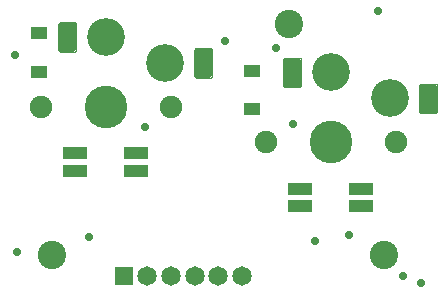
<source format=gbs>
G04 EAGLE Gerber RS-274X export*
G75*
%MOMM*%
%FSLAX34Y34*%
%LPD*%
%INSoldermask Bottom*%
%IPPOS*%
%AMOC8*
5,1,8,0,0,1.08239X$1,22.5*%
G01*
G04 Define Apertures*
%ADD10C,2.403200*%
%ADD11R,1.423200X1.113200*%
%ADD12R,2.003200X1.023200*%
%ADD13C,0.120000*%
%ADD14C,3.603200*%
%ADD15C,1.903200*%
%ADD16C,3.203200*%
%ADD17R,1.643200X1.643200*%
%ADD18C,1.643200*%
%ADD19C,0.705600*%
G36*
X-120250Y69500D02*
X-120250Y48500D01*
X-122250Y46500D01*
X-133400Y46500D01*
X-135400Y48500D01*
X-135400Y69500D01*
X-133400Y71500D01*
X-122250Y71500D01*
X-120250Y69500D01*
G37*
G36*
X-5100Y47500D02*
X-5100Y26500D01*
X-7100Y24500D01*
X-18250Y24500D01*
X-20250Y26500D01*
X-20250Y47500D01*
X-18250Y49500D01*
X-7100Y49500D01*
X-5100Y47500D01*
G37*
G36*
X70250Y39500D02*
X70250Y18500D01*
X68250Y16500D01*
X57100Y16500D01*
X55100Y18500D01*
X55100Y39500D01*
X57100Y41500D01*
X68250Y41500D01*
X70250Y39500D01*
G37*
G36*
X185400Y17500D02*
X185400Y-3500D01*
X183400Y-5500D01*
X172250Y-5500D01*
X170250Y-3500D01*
X170250Y17500D01*
X172250Y19500D01*
X183400Y19500D01*
X185400Y17500D01*
G37*
D10*
X140500Y-125250D03*
X-140500Y-125250D03*
X60000Y70000D03*
D11*
X-151700Y29490D03*
X-151700Y62190D03*
X28500Y-2290D03*
X28500Y30410D03*
D12*
X-121351Y-54500D03*
X-121351Y-39500D03*
X-69351Y-39500D03*
X-69351Y-54500D03*
X69149Y-84500D03*
X69149Y-69500D03*
X121149Y-69500D03*
X121149Y-84500D03*
D13*
X-5100Y26500D02*
X-5100Y47500D01*
X-7100Y49500D02*
X-18250Y49500D01*
X-18250Y24500D02*
X-7100Y24500D01*
X-20250Y26500D02*
X-20250Y47500D01*
X-120250Y48500D02*
X-120250Y69500D01*
X-122250Y71500D02*
X-133400Y71500D01*
X-133400Y46500D02*
X-122250Y46500D01*
X-135400Y48500D02*
X-135400Y69500D01*
X-7100Y24500D02*
X-7013Y24502D01*
X-6926Y24508D01*
X-6839Y24517D01*
X-6753Y24530D01*
X-6667Y24547D01*
X-6582Y24568D01*
X-6499Y24593D01*
X-6416Y24621D01*
X-6335Y24652D01*
X-6255Y24687D01*
X-6176Y24726D01*
X-6100Y24768D01*
X-6025Y24813D01*
X-5953Y24862D01*
X-5882Y24913D01*
X-5814Y24968D01*
X-5749Y25025D01*
X-5686Y25086D01*
X-5625Y25149D01*
X-5568Y25214D01*
X-5513Y25282D01*
X-5462Y25353D01*
X-5413Y25425D01*
X-5368Y25500D01*
X-5326Y25576D01*
X-5287Y25655D01*
X-5252Y25735D01*
X-5221Y25816D01*
X-5193Y25899D01*
X-5168Y25982D01*
X-5147Y26067D01*
X-5130Y26153D01*
X-5117Y26239D01*
X-5108Y26326D01*
X-5102Y26413D01*
X-5100Y26500D01*
X-5100Y47500D02*
X-5102Y47587D01*
X-5108Y47674D01*
X-5117Y47761D01*
X-5130Y47847D01*
X-5147Y47933D01*
X-5168Y48018D01*
X-5193Y48101D01*
X-5221Y48184D01*
X-5252Y48265D01*
X-5287Y48345D01*
X-5326Y48424D01*
X-5368Y48500D01*
X-5413Y48575D01*
X-5462Y48647D01*
X-5513Y48718D01*
X-5568Y48786D01*
X-5625Y48851D01*
X-5686Y48914D01*
X-5749Y48975D01*
X-5814Y49032D01*
X-5882Y49087D01*
X-5953Y49138D01*
X-6025Y49187D01*
X-6100Y49232D01*
X-6176Y49274D01*
X-6255Y49313D01*
X-6335Y49348D01*
X-6416Y49379D01*
X-6499Y49407D01*
X-6582Y49432D01*
X-6667Y49453D01*
X-6753Y49470D01*
X-6839Y49483D01*
X-6926Y49492D01*
X-7013Y49498D01*
X-7100Y49500D01*
X-20250Y26500D02*
X-20248Y26413D01*
X-20242Y26326D01*
X-20233Y26239D01*
X-20220Y26153D01*
X-20203Y26067D01*
X-20182Y25982D01*
X-20157Y25899D01*
X-20129Y25816D01*
X-20098Y25735D01*
X-20063Y25655D01*
X-20024Y25576D01*
X-19982Y25500D01*
X-19937Y25425D01*
X-19888Y25353D01*
X-19837Y25282D01*
X-19782Y25214D01*
X-19725Y25149D01*
X-19664Y25086D01*
X-19601Y25025D01*
X-19536Y24968D01*
X-19468Y24913D01*
X-19397Y24862D01*
X-19325Y24813D01*
X-19250Y24768D01*
X-19174Y24726D01*
X-19095Y24687D01*
X-19015Y24652D01*
X-18934Y24621D01*
X-18851Y24593D01*
X-18768Y24568D01*
X-18683Y24547D01*
X-18597Y24530D01*
X-18511Y24517D01*
X-18424Y24508D01*
X-18337Y24502D01*
X-18250Y24500D01*
X-20250Y47500D02*
X-20248Y47587D01*
X-20242Y47674D01*
X-20233Y47761D01*
X-20220Y47847D01*
X-20203Y47933D01*
X-20182Y48018D01*
X-20157Y48101D01*
X-20129Y48184D01*
X-20098Y48265D01*
X-20063Y48345D01*
X-20024Y48424D01*
X-19982Y48500D01*
X-19937Y48575D01*
X-19888Y48647D01*
X-19837Y48718D01*
X-19782Y48786D01*
X-19725Y48851D01*
X-19664Y48914D01*
X-19601Y48975D01*
X-19536Y49032D01*
X-19468Y49087D01*
X-19397Y49138D01*
X-19325Y49187D01*
X-19250Y49232D01*
X-19174Y49274D01*
X-19095Y49313D01*
X-19015Y49348D01*
X-18934Y49379D01*
X-18851Y49407D01*
X-18768Y49432D01*
X-18683Y49453D01*
X-18597Y49470D01*
X-18511Y49483D01*
X-18424Y49492D01*
X-18337Y49498D01*
X-18250Y49500D01*
X-120250Y48500D02*
X-120252Y48413D01*
X-120258Y48326D01*
X-120267Y48239D01*
X-120280Y48153D01*
X-120297Y48067D01*
X-120318Y47982D01*
X-120343Y47899D01*
X-120371Y47816D01*
X-120402Y47735D01*
X-120437Y47655D01*
X-120476Y47576D01*
X-120518Y47500D01*
X-120563Y47425D01*
X-120612Y47353D01*
X-120663Y47282D01*
X-120718Y47214D01*
X-120775Y47149D01*
X-120836Y47086D01*
X-120899Y47025D01*
X-120964Y46968D01*
X-121032Y46913D01*
X-121103Y46862D01*
X-121175Y46813D01*
X-121250Y46768D01*
X-121326Y46726D01*
X-121405Y46687D01*
X-121485Y46652D01*
X-121566Y46621D01*
X-121649Y46593D01*
X-121732Y46568D01*
X-121817Y46547D01*
X-121903Y46530D01*
X-121989Y46517D01*
X-122076Y46508D01*
X-122163Y46502D01*
X-122250Y46500D01*
X-120250Y69500D02*
X-120252Y69587D01*
X-120258Y69674D01*
X-120267Y69761D01*
X-120280Y69847D01*
X-120297Y69933D01*
X-120318Y70018D01*
X-120343Y70101D01*
X-120371Y70184D01*
X-120402Y70265D01*
X-120437Y70345D01*
X-120476Y70424D01*
X-120518Y70500D01*
X-120563Y70575D01*
X-120612Y70647D01*
X-120663Y70718D01*
X-120718Y70786D01*
X-120775Y70851D01*
X-120836Y70914D01*
X-120899Y70975D01*
X-120964Y71032D01*
X-121032Y71087D01*
X-121103Y71138D01*
X-121175Y71187D01*
X-121250Y71232D01*
X-121326Y71274D01*
X-121405Y71313D01*
X-121485Y71348D01*
X-121566Y71379D01*
X-121649Y71407D01*
X-121732Y71432D01*
X-121817Y71453D01*
X-121903Y71470D01*
X-121989Y71483D01*
X-122076Y71492D01*
X-122163Y71498D01*
X-122250Y71500D01*
X-135400Y48500D02*
X-135398Y48413D01*
X-135392Y48326D01*
X-135383Y48239D01*
X-135370Y48153D01*
X-135353Y48067D01*
X-135332Y47982D01*
X-135307Y47899D01*
X-135279Y47816D01*
X-135248Y47735D01*
X-135213Y47655D01*
X-135174Y47576D01*
X-135132Y47500D01*
X-135087Y47425D01*
X-135038Y47353D01*
X-134987Y47282D01*
X-134932Y47214D01*
X-134875Y47149D01*
X-134814Y47086D01*
X-134751Y47025D01*
X-134686Y46968D01*
X-134618Y46913D01*
X-134547Y46862D01*
X-134475Y46813D01*
X-134400Y46768D01*
X-134324Y46726D01*
X-134245Y46687D01*
X-134165Y46652D01*
X-134084Y46621D01*
X-134001Y46593D01*
X-133918Y46568D01*
X-133833Y46547D01*
X-133747Y46530D01*
X-133661Y46517D01*
X-133574Y46508D01*
X-133487Y46502D01*
X-133400Y46500D01*
X-135400Y69500D02*
X-135398Y69587D01*
X-135392Y69674D01*
X-135383Y69761D01*
X-135370Y69847D01*
X-135353Y69933D01*
X-135332Y70018D01*
X-135307Y70101D01*
X-135279Y70184D01*
X-135248Y70265D01*
X-135213Y70345D01*
X-135174Y70424D01*
X-135132Y70500D01*
X-135087Y70575D01*
X-135038Y70647D01*
X-134987Y70718D01*
X-134932Y70786D01*
X-134875Y70851D01*
X-134814Y70914D01*
X-134751Y70975D01*
X-134686Y71032D01*
X-134618Y71087D01*
X-134547Y71138D01*
X-134475Y71187D01*
X-134400Y71232D01*
X-134324Y71274D01*
X-134245Y71313D01*
X-134165Y71348D01*
X-134084Y71379D01*
X-134001Y71407D01*
X-133918Y71432D01*
X-133833Y71453D01*
X-133747Y71470D01*
X-133661Y71483D01*
X-133574Y71492D01*
X-133487Y71498D01*
X-133400Y71500D01*
D14*
X-95250Y0D03*
D15*
X-150250Y0D03*
X-40250Y0D03*
D16*
X-45250Y37000D03*
X-95250Y59000D03*
D13*
X185400Y17500D02*
X185400Y-3500D01*
X183400Y19500D02*
X172250Y19500D01*
X172250Y-5500D02*
X183400Y-5500D01*
X170250Y-3500D02*
X170250Y17500D01*
X70250Y18500D02*
X70250Y39500D01*
X68250Y41500D02*
X57100Y41500D01*
X57100Y16500D02*
X68250Y16500D01*
X55100Y18500D02*
X55100Y39500D01*
X183400Y-5500D02*
X183487Y-5498D01*
X183574Y-5492D01*
X183661Y-5483D01*
X183747Y-5470D01*
X183833Y-5453D01*
X183918Y-5432D01*
X184001Y-5407D01*
X184084Y-5379D01*
X184165Y-5348D01*
X184245Y-5313D01*
X184324Y-5274D01*
X184400Y-5232D01*
X184475Y-5187D01*
X184547Y-5138D01*
X184618Y-5087D01*
X184686Y-5032D01*
X184751Y-4975D01*
X184814Y-4914D01*
X184875Y-4851D01*
X184932Y-4786D01*
X184987Y-4718D01*
X185038Y-4647D01*
X185087Y-4575D01*
X185132Y-4500D01*
X185174Y-4424D01*
X185213Y-4345D01*
X185248Y-4265D01*
X185279Y-4184D01*
X185307Y-4101D01*
X185332Y-4018D01*
X185353Y-3933D01*
X185370Y-3847D01*
X185383Y-3761D01*
X185392Y-3674D01*
X185398Y-3587D01*
X185400Y-3500D01*
X185400Y17500D02*
X185398Y17587D01*
X185392Y17674D01*
X185383Y17761D01*
X185370Y17847D01*
X185353Y17933D01*
X185332Y18018D01*
X185307Y18101D01*
X185279Y18184D01*
X185248Y18265D01*
X185213Y18345D01*
X185174Y18424D01*
X185132Y18500D01*
X185087Y18575D01*
X185038Y18647D01*
X184987Y18718D01*
X184932Y18786D01*
X184875Y18851D01*
X184814Y18914D01*
X184751Y18975D01*
X184686Y19032D01*
X184618Y19087D01*
X184547Y19138D01*
X184475Y19187D01*
X184400Y19232D01*
X184324Y19274D01*
X184245Y19313D01*
X184165Y19348D01*
X184084Y19379D01*
X184001Y19407D01*
X183918Y19432D01*
X183833Y19453D01*
X183747Y19470D01*
X183661Y19483D01*
X183574Y19492D01*
X183487Y19498D01*
X183400Y19500D01*
X170250Y-3500D02*
X170252Y-3587D01*
X170258Y-3674D01*
X170267Y-3761D01*
X170280Y-3847D01*
X170297Y-3933D01*
X170318Y-4018D01*
X170343Y-4101D01*
X170371Y-4184D01*
X170402Y-4265D01*
X170437Y-4345D01*
X170476Y-4424D01*
X170518Y-4500D01*
X170563Y-4575D01*
X170612Y-4647D01*
X170663Y-4718D01*
X170718Y-4786D01*
X170775Y-4851D01*
X170836Y-4914D01*
X170899Y-4975D01*
X170964Y-5032D01*
X171032Y-5087D01*
X171103Y-5138D01*
X171175Y-5187D01*
X171250Y-5232D01*
X171326Y-5274D01*
X171405Y-5313D01*
X171485Y-5348D01*
X171566Y-5379D01*
X171649Y-5407D01*
X171732Y-5432D01*
X171817Y-5453D01*
X171903Y-5470D01*
X171989Y-5483D01*
X172076Y-5492D01*
X172163Y-5498D01*
X172250Y-5500D01*
X170250Y17500D02*
X170252Y17587D01*
X170258Y17674D01*
X170267Y17761D01*
X170280Y17847D01*
X170297Y17933D01*
X170318Y18018D01*
X170343Y18101D01*
X170371Y18184D01*
X170402Y18265D01*
X170437Y18345D01*
X170476Y18424D01*
X170518Y18500D01*
X170563Y18575D01*
X170612Y18647D01*
X170663Y18718D01*
X170718Y18786D01*
X170775Y18851D01*
X170836Y18914D01*
X170899Y18975D01*
X170964Y19032D01*
X171032Y19087D01*
X171103Y19138D01*
X171175Y19187D01*
X171250Y19232D01*
X171326Y19274D01*
X171405Y19313D01*
X171485Y19348D01*
X171566Y19379D01*
X171649Y19407D01*
X171732Y19432D01*
X171817Y19453D01*
X171903Y19470D01*
X171989Y19483D01*
X172076Y19492D01*
X172163Y19498D01*
X172250Y19500D01*
X70250Y18500D02*
X70248Y18413D01*
X70242Y18326D01*
X70233Y18239D01*
X70220Y18153D01*
X70203Y18067D01*
X70182Y17982D01*
X70157Y17899D01*
X70129Y17816D01*
X70098Y17735D01*
X70063Y17655D01*
X70024Y17576D01*
X69982Y17500D01*
X69937Y17425D01*
X69888Y17353D01*
X69837Y17282D01*
X69782Y17214D01*
X69725Y17149D01*
X69664Y17086D01*
X69601Y17025D01*
X69536Y16968D01*
X69468Y16913D01*
X69397Y16862D01*
X69325Y16813D01*
X69250Y16768D01*
X69174Y16726D01*
X69095Y16687D01*
X69015Y16652D01*
X68934Y16621D01*
X68851Y16593D01*
X68768Y16568D01*
X68683Y16547D01*
X68597Y16530D01*
X68511Y16517D01*
X68424Y16508D01*
X68337Y16502D01*
X68250Y16500D01*
X70250Y39500D02*
X70248Y39587D01*
X70242Y39674D01*
X70233Y39761D01*
X70220Y39847D01*
X70203Y39933D01*
X70182Y40018D01*
X70157Y40101D01*
X70129Y40184D01*
X70098Y40265D01*
X70063Y40345D01*
X70024Y40424D01*
X69982Y40500D01*
X69937Y40575D01*
X69888Y40647D01*
X69837Y40718D01*
X69782Y40786D01*
X69725Y40851D01*
X69664Y40914D01*
X69601Y40975D01*
X69536Y41032D01*
X69468Y41087D01*
X69397Y41138D01*
X69325Y41187D01*
X69250Y41232D01*
X69174Y41274D01*
X69095Y41313D01*
X69015Y41348D01*
X68934Y41379D01*
X68851Y41407D01*
X68768Y41432D01*
X68683Y41453D01*
X68597Y41470D01*
X68511Y41483D01*
X68424Y41492D01*
X68337Y41498D01*
X68250Y41500D01*
X55100Y18500D02*
X55102Y18413D01*
X55108Y18326D01*
X55117Y18239D01*
X55130Y18153D01*
X55147Y18067D01*
X55168Y17982D01*
X55193Y17899D01*
X55221Y17816D01*
X55252Y17735D01*
X55287Y17655D01*
X55326Y17576D01*
X55368Y17500D01*
X55413Y17425D01*
X55462Y17353D01*
X55513Y17282D01*
X55568Y17214D01*
X55625Y17149D01*
X55686Y17086D01*
X55749Y17025D01*
X55814Y16968D01*
X55882Y16913D01*
X55953Y16862D01*
X56025Y16813D01*
X56100Y16768D01*
X56176Y16726D01*
X56255Y16687D01*
X56335Y16652D01*
X56416Y16621D01*
X56499Y16593D01*
X56582Y16568D01*
X56667Y16547D01*
X56753Y16530D01*
X56839Y16517D01*
X56926Y16508D01*
X57013Y16502D01*
X57100Y16500D01*
X55100Y39500D02*
X55102Y39587D01*
X55108Y39674D01*
X55117Y39761D01*
X55130Y39847D01*
X55147Y39933D01*
X55168Y40018D01*
X55193Y40101D01*
X55221Y40184D01*
X55252Y40265D01*
X55287Y40345D01*
X55326Y40424D01*
X55368Y40500D01*
X55413Y40575D01*
X55462Y40647D01*
X55513Y40718D01*
X55568Y40786D01*
X55625Y40851D01*
X55686Y40914D01*
X55749Y40975D01*
X55814Y41032D01*
X55882Y41087D01*
X55953Y41138D01*
X56025Y41187D01*
X56100Y41232D01*
X56176Y41274D01*
X56255Y41313D01*
X56335Y41348D01*
X56416Y41379D01*
X56499Y41407D01*
X56582Y41432D01*
X56667Y41453D01*
X56753Y41470D01*
X56839Y41483D01*
X56926Y41492D01*
X57013Y41498D01*
X57100Y41500D01*
D14*
X95250Y-30000D03*
D15*
X40250Y-30000D03*
X150250Y-30000D03*
D16*
X145250Y7000D03*
X95250Y29000D03*
D17*
X-80000Y-143600D03*
D18*
X-60000Y-143600D03*
X-40000Y-143600D03*
X-20000Y-143600D03*
X0Y-143600D03*
X20000Y-143600D03*
D19*
X-170700Y-123300D03*
X171300Y-149200D03*
X135200Y81200D03*
X-172200Y44100D03*
X-62100Y-17100D03*
X63400Y-15100D03*
X48600Y49300D03*
X5800Y55700D03*
X82100Y-113882D03*
X156500Y-143400D03*
X-109800Y-110200D03*
X110400Y-109100D03*
M02*

</source>
